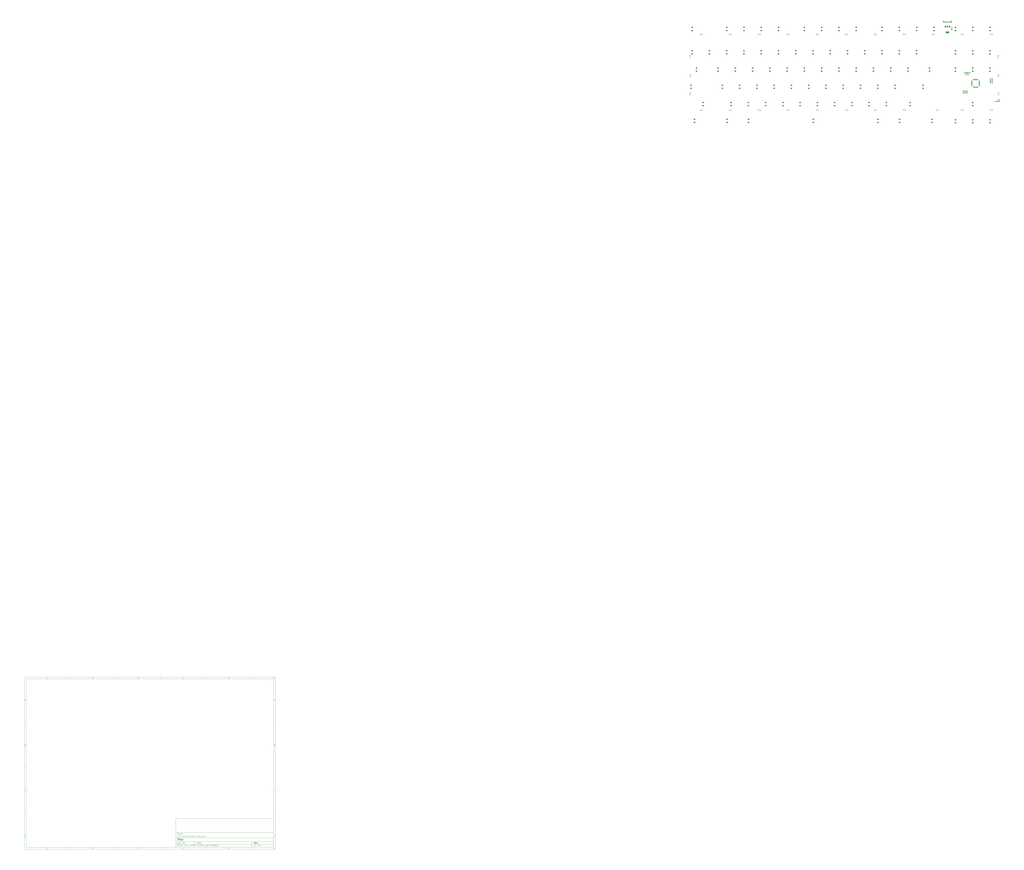
<source format=gbr>
%TF.GenerationSoftware,KiCad,Pcbnew,8.99.0-2206-gee77d06be7*%
%TF.CreationDate,2024-10-02T02:55:55+07:00*%
%TF.ProjectId,RadianceTKL,52616469-616e-4636-9554-4b4c2e6b6963,rev?*%
%TF.SameCoordinates,Original*%
%TF.FileFunction,Paste,Bot*%
%TF.FilePolarity,Positive*%
%FSLAX46Y46*%
G04 Gerber Fmt 4.6, Leading zero omitted, Abs format (unit mm)*
G04 Created by KiCad (PCBNEW 8.99.0-2206-gee77d06be7) date 2024-10-02 02:55:55*
%MOMM*%
%LPD*%
G01*
G04 APERTURE LIST*
G04 Aperture macros list*
%AMRoundRect*
0 Rectangle with rounded corners*
0 $1 Rounding radius*
0 $2 $3 $4 $5 $6 $7 $8 $9 X,Y pos of 4 corners*
0 Add a 4 corners polygon primitive as box body*
4,1,4,$2,$3,$4,$5,$6,$7,$8,$9,$2,$3,0*
0 Add four circle primitives for the rounded corners*
1,1,$1+$1,$2,$3*
1,1,$1+$1,$4,$5*
1,1,$1+$1,$6,$7*
1,1,$1+$1,$8,$9*
0 Add four rect primitives between the rounded corners*
20,1,$1+$1,$2,$3,$4,$5,0*
20,1,$1+$1,$4,$5,$6,$7,0*
20,1,$1+$1,$6,$7,$8,$9,0*
20,1,$1+$1,$8,$9,$2,$3,0*%
G04 Aperture macros list end*
%ADD10C,0.100000*%
%ADD11C,0.150000*%
%ADD12C,0.300000*%
%ADD13C,0.400000*%
%ADD14RoundRect,0.250000X0.600000X-0.400000X0.600000X0.400000X-0.600000X0.400000X-0.600000X-0.400000X0*%
%ADD15RoundRect,0.250000X-0.450000X0.262500X-0.450000X-0.262500X0.450000X-0.262500X0.450000X0.262500X0*%
%ADD16R,0.700000X0.700000*%
%ADD17RoundRect,0.250000X0.250000X0.475000X-0.250000X0.475000X-0.250000X-0.475000X0.250000X-0.475000X0*%
%ADD18RoundRect,0.375000X-0.375000X0.625000X-0.375000X-0.625000X0.375000X-0.625000X0.375000X0.625000X0*%
%ADD19RoundRect,0.500000X-1.400000X0.500000X-1.400000X-0.500000X1.400000X-0.500000X1.400000X0.500000X0*%
%ADD20RoundRect,0.250000X-0.262500X-0.450000X0.262500X-0.450000X0.262500X0.450000X-0.262500X0.450000X0*%
%ADD21RoundRect,0.250000X0.475000X-0.250000X0.475000X0.250000X-0.475000X0.250000X-0.475000X-0.250000X0*%
%ADD22RoundRect,0.075000X0.662500X0.075000X-0.662500X0.075000X-0.662500X-0.075000X0.662500X-0.075000X0*%
%ADD23RoundRect,0.075000X0.075000X0.662500X-0.075000X0.662500X-0.075000X-0.662500X0.075000X-0.662500X0*%
%ADD24RoundRect,0.150000X-0.150000X-0.425000X0.150000X-0.425000X0.150000X0.425000X-0.150000X0.425000X0*%
%ADD25RoundRect,0.075000X-0.075000X-0.500000X0.075000X-0.500000X0.075000X0.500000X-0.075000X0.500000X0*%
%ADD26O,1.000000X2.100000*%
G04 APERTURE END LIST*
D10*
D11*
X177002200Y-166007200D02*
X285002200Y-166007200D01*
X285002200Y-198007200D01*
X177002200Y-198007200D01*
X177002200Y-166007200D01*
D10*
D11*
X10000000Y-10000000D02*
X287002200Y-10000000D01*
X287002200Y-200007200D01*
X10000000Y-200007200D01*
X10000000Y-10000000D01*
D10*
D11*
X12000000Y-12000000D02*
X285002200Y-12000000D01*
X285002200Y-198007200D01*
X12000000Y-198007200D01*
X12000000Y-12000000D01*
D10*
D11*
X60000000Y-12000000D02*
X60000000Y-10000000D01*
D10*
D11*
X110000000Y-12000000D02*
X110000000Y-10000000D01*
D10*
D11*
X160000000Y-12000000D02*
X160000000Y-10000000D01*
D10*
D11*
X210000000Y-12000000D02*
X210000000Y-10000000D01*
D10*
D11*
X260000000Y-12000000D02*
X260000000Y-10000000D01*
D10*
D11*
X36089160Y-11593604D02*
X35346303Y-11593604D01*
X35717731Y-11593604D02*
X35717731Y-10293604D01*
X35717731Y-10293604D02*
X35593922Y-10479319D01*
X35593922Y-10479319D02*
X35470112Y-10603128D01*
X35470112Y-10603128D02*
X35346303Y-10665033D01*
D10*
D11*
X85346303Y-10417414D02*
X85408207Y-10355509D01*
X85408207Y-10355509D02*
X85532017Y-10293604D01*
X85532017Y-10293604D02*
X85841541Y-10293604D01*
X85841541Y-10293604D02*
X85965350Y-10355509D01*
X85965350Y-10355509D02*
X86027255Y-10417414D01*
X86027255Y-10417414D02*
X86089160Y-10541223D01*
X86089160Y-10541223D02*
X86089160Y-10665033D01*
X86089160Y-10665033D02*
X86027255Y-10850747D01*
X86027255Y-10850747D02*
X85284398Y-11593604D01*
X85284398Y-11593604D02*
X86089160Y-11593604D01*
D10*
D11*
X135284398Y-10293604D02*
X136089160Y-10293604D01*
X136089160Y-10293604D02*
X135655826Y-10788842D01*
X135655826Y-10788842D02*
X135841541Y-10788842D01*
X135841541Y-10788842D02*
X135965350Y-10850747D01*
X135965350Y-10850747D02*
X136027255Y-10912652D01*
X136027255Y-10912652D02*
X136089160Y-11036461D01*
X136089160Y-11036461D02*
X136089160Y-11345985D01*
X136089160Y-11345985D02*
X136027255Y-11469795D01*
X136027255Y-11469795D02*
X135965350Y-11531700D01*
X135965350Y-11531700D02*
X135841541Y-11593604D01*
X135841541Y-11593604D02*
X135470112Y-11593604D01*
X135470112Y-11593604D02*
X135346303Y-11531700D01*
X135346303Y-11531700D02*
X135284398Y-11469795D01*
D10*
D11*
X185965350Y-10726938D02*
X185965350Y-11593604D01*
X185655826Y-10231700D02*
X185346303Y-11160271D01*
X185346303Y-11160271D02*
X186151064Y-11160271D01*
D10*
D11*
X236027255Y-10293604D02*
X235408207Y-10293604D01*
X235408207Y-10293604D02*
X235346303Y-10912652D01*
X235346303Y-10912652D02*
X235408207Y-10850747D01*
X235408207Y-10850747D02*
X235532017Y-10788842D01*
X235532017Y-10788842D02*
X235841541Y-10788842D01*
X235841541Y-10788842D02*
X235965350Y-10850747D01*
X235965350Y-10850747D02*
X236027255Y-10912652D01*
X236027255Y-10912652D02*
X236089160Y-11036461D01*
X236089160Y-11036461D02*
X236089160Y-11345985D01*
X236089160Y-11345985D02*
X236027255Y-11469795D01*
X236027255Y-11469795D02*
X235965350Y-11531700D01*
X235965350Y-11531700D02*
X235841541Y-11593604D01*
X235841541Y-11593604D02*
X235532017Y-11593604D01*
X235532017Y-11593604D02*
X235408207Y-11531700D01*
X235408207Y-11531700D02*
X235346303Y-11469795D01*
D10*
D11*
X285965350Y-10293604D02*
X285717731Y-10293604D01*
X285717731Y-10293604D02*
X285593922Y-10355509D01*
X285593922Y-10355509D02*
X285532017Y-10417414D01*
X285532017Y-10417414D02*
X285408207Y-10603128D01*
X285408207Y-10603128D02*
X285346303Y-10850747D01*
X285346303Y-10850747D02*
X285346303Y-11345985D01*
X285346303Y-11345985D02*
X285408207Y-11469795D01*
X285408207Y-11469795D02*
X285470112Y-11531700D01*
X285470112Y-11531700D02*
X285593922Y-11593604D01*
X285593922Y-11593604D02*
X285841541Y-11593604D01*
X285841541Y-11593604D02*
X285965350Y-11531700D01*
X285965350Y-11531700D02*
X286027255Y-11469795D01*
X286027255Y-11469795D02*
X286089160Y-11345985D01*
X286089160Y-11345985D02*
X286089160Y-11036461D01*
X286089160Y-11036461D02*
X286027255Y-10912652D01*
X286027255Y-10912652D02*
X285965350Y-10850747D01*
X285965350Y-10850747D02*
X285841541Y-10788842D01*
X285841541Y-10788842D02*
X285593922Y-10788842D01*
X285593922Y-10788842D02*
X285470112Y-10850747D01*
X285470112Y-10850747D02*
X285408207Y-10912652D01*
X285408207Y-10912652D02*
X285346303Y-11036461D01*
D10*
D11*
X60000000Y-198007200D02*
X60000000Y-200007200D01*
D10*
D11*
X110000000Y-198007200D02*
X110000000Y-200007200D01*
D10*
D11*
X160000000Y-198007200D02*
X160000000Y-200007200D01*
D10*
D11*
X210000000Y-198007200D02*
X210000000Y-200007200D01*
D10*
D11*
X260000000Y-198007200D02*
X260000000Y-200007200D01*
D10*
D11*
X36089160Y-199600804D02*
X35346303Y-199600804D01*
X35717731Y-199600804D02*
X35717731Y-198300804D01*
X35717731Y-198300804D02*
X35593922Y-198486519D01*
X35593922Y-198486519D02*
X35470112Y-198610328D01*
X35470112Y-198610328D02*
X35346303Y-198672233D01*
D10*
D11*
X85346303Y-198424614D02*
X85408207Y-198362709D01*
X85408207Y-198362709D02*
X85532017Y-198300804D01*
X85532017Y-198300804D02*
X85841541Y-198300804D01*
X85841541Y-198300804D02*
X85965350Y-198362709D01*
X85965350Y-198362709D02*
X86027255Y-198424614D01*
X86027255Y-198424614D02*
X86089160Y-198548423D01*
X86089160Y-198548423D02*
X86089160Y-198672233D01*
X86089160Y-198672233D02*
X86027255Y-198857947D01*
X86027255Y-198857947D02*
X85284398Y-199600804D01*
X85284398Y-199600804D02*
X86089160Y-199600804D01*
D10*
D11*
X135284398Y-198300804D02*
X136089160Y-198300804D01*
X136089160Y-198300804D02*
X135655826Y-198796042D01*
X135655826Y-198796042D02*
X135841541Y-198796042D01*
X135841541Y-198796042D02*
X135965350Y-198857947D01*
X135965350Y-198857947D02*
X136027255Y-198919852D01*
X136027255Y-198919852D02*
X136089160Y-199043661D01*
X136089160Y-199043661D02*
X136089160Y-199353185D01*
X136089160Y-199353185D02*
X136027255Y-199476995D01*
X136027255Y-199476995D02*
X135965350Y-199538900D01*
X135965350Y-199538900D02*
X135841541Y-199600804D01*
X135841541Y-199600804D02*
X135470112Y-199600804D01*
X135470112Y-199600804D02*
X135346303Y-199538900D01*
X135346303Y-199538900D02*
X135284398Y-199476995D01*
D10*
D11*
X185965350Y-198734138D02*
X185965350Y-199600804D01*
X185655826Y-198238900D02*
X185346303Y-199167471D01*
X185346303Y-199167471D02*
X186151064Y-199167471D01*
D10*
D11*
X236027255Y-198300804D02*
X235408207Y-198300804D01*
X235408207Y-198300804D02*
X235346303Y-198919852D01*
X235346303Y-198919852D02*
X235408207Y-198857947D01*
X235408207Y-198857947D02*
X235532017Y-198796042D01*
X235532017Y-198796042D02*
X235841541Y-198796042D01*
X235841541Y-198796042D02*
X235965350Y-198857947D01*
X235965350Y-198857947D02*
X236027255Y-198919852D01*
X236027255Y-198919852D02*
X236089160Y-199043661D01*
X236089160Y-199043661D02*
X236089160Y-199353185D01*
X236089160Y-199353185D02*
X236027255Y-199476995D01*
X236027255Y-199476995D02*
X235965350Y-199538900D01*
X235965350Y-199538900D02*
X235841541Y-199600804D01*
X235841541Y-199600804D02*
X235532017Y-199600804D01*
X235532017Y-199600804D02*
X235408207Y-199538900D01*
X235408207Y-199538900D02*
X235346303Y-199476995D01*
D10*
D11*
X285965350Y-198300804D02*
X285717731Y-198300804D01*
X285717731Y-198300804D02*
X285593922Y-198362709D01*
X285593922Y-198362709D02*
X285532017Y-198424614D01*
X285532017Y-198424614D02*
X285408207Y-198610328D01*
X285408207Y-198610328D02*
X285346303Y-198857947D01*
X285346303Y-198857947D02*
X285346303Y-199353185D01*
X285346303Y-199353185D02*
X285408207Y-199476995D01*
X285408207Y-199476995D02*
X285470112Y-199538900D01*
X285470112Y-199538900D02*
X285593922Y-199600804D01*
X285593922Y-199600804D02*
X285841541Y-199600804D01*
X285841541Y-199600804D02*
X285965350Y-199538900D01*
X285965350Y-199538900D02*
X286027255Y-199476995D01*
X286027255Y-199476995D02*
X286089160Y-199353185D01*
X286089160Y-199353185D02*
X286089160Y-199043661D01*
X286089160Y-199043661D02*
X286027255Y-198919852D01*
X286027255Y-198919852D02*
X285965350Y-198857947D01*
X285965350Y-198857947D02*
X285841541Y-198796042D01*
X285841541Y-198796042D02*
X285593922Y-198796042D01*
X285593922Y-198796042D02*
X285470112Y-198857947D01*
X285470112Y-198857947D02*
X285408207Y-198919852D01*
X285408207Y-198919852D02*
X285346303Y-199043661D01*
D10*
D11*
X10000000Y-60000000D02*
X12000000Y-60000000D01*
D10*
D11*
X10000000Y-110000000D02*
X12000000Y-110000000D01*
D10*
D11*
X10000000Y-160000000D02*
X12000000Y-160000000D01*
D10*
D11*
X10690476Y-35222176D02*
X11309523Y-35222176D01*
X10566666Y-35593604D02*
X10999999Y-34293604D01*
X10999999Y-34293604D02*
X11433333Y-35593604D01*
D10*
D11*
X11092857Y-84912652D02*
X11278571Y-84974557D01*
X11278571Y-84974557D02*
X11340476Y-85036461D01*
X11340476Y-85036461D02*
X11402380Y-85160271D01*
X11402380Y-85160271D02*
X11402380Y-85345985D01*
X11402380Y-85345985D02*
X11340476Y-85469795D01*
X11340476Y-85469795D02*
X11278571Y-85531700D01*
X11278571Y-85531700D02*
X11154761Y-85593604D01*
X11154761Y-85593604D02*
X10659523Y-85593604D01*
X10659523Y-85593604D02*
X10659523Y-84293604D01*
X10659523Y-84293604D02*
X11092857Y-84293604D01*
X11092857Y-84293604D02*
X11216666Y-84355509D01*
X11216666Y-84355509D02*
X11278571Y-84417414D01*
X11278571Y-84417414D02*
X11340476Y-84541223D01*
X11340476Y-84541223D02*
X11340476Y-84665033D01*
X11340476Y-84665033D02*
X11278571Y-84788842D01*
X11278571Y-84788842D02*
X11216666Y-84850747D01*
X11216666Y-84850747D02*
X11092857Y-84912652D01*
X11092857Y-84912652D02*
X10659523Y-84912652D01*
D10*
D11*
X11402380Y-135469795D02*
X11340476Y-135531700D01*
X11340476Y-135531700D02*
X11154761Y-135593604D01*
X11154761Y-135593604D02*
X11030952Y-135593604D01*
X11030952Y-135593604D02*
X10845238Y-135531700D01*
X10845238Y-135531700D02*
X10721428Y-135407890D01*
X10721428Y-135407890D02*
X10659523Y-135284080D01*
X10659523Y-135284080D02*
X10597619Y-135036461D01*
X10597619Y-135036461D02*
X10597619Y-134850747D01*
X10597619Y-134850747D02*
X10659523Y-134603128D01*
X10659523Y-134603128D02*
X10721428Y-134479319D01*
X10721428Y-134479319D02*
X10845238Y-134355509D01*
X10845238Y-134355509D02*
X11030952Y-134293604D01*
X11030952Y-134293604D02*
X11154761Y-134293604D01*
X11154761Y-134293604D02*
X11340476Y-134355509D01*
X11340476Y-134355509D02*
X11402380Y-134417414D01*
D10*
D11*
X10659523Y-185593604D02*
X10659523Y-184293604D01*
X10659523Y-184293604D02*
X10969047Y-184293604D01*
X10969047Y-184293604D02*
X11154761Y-184355509D01*
X11154761Y-184355509D02*
X11278571Y-184479319D01*
X11278571Y-184479319D02*
X11340476Y-184603128D01*
X11340476Y-184603128D02*
X11402380Y-184850747D01*
X11402380Y-184850747D02*
X11402380Y-185036461D01*
X11402380Y-185036461D02*
X11340476Y-185284080D01*
X11340476Y-185284080D02*
X11278571Y-185407890D01*
X11278571Y-185407890D02*
X11154761Y-185531700D01*
X11154761Y-185531700D02*
X10969047Y-185593604D01*
X10969047Y-185593604D02*
X10659523Y-185593604D01*
D10*
D11*
X287002200Y-60000000D02*
X285002200Y-60000000D01*
D10*
D11*
X287002200Y-110000000D02*
X285002200Y-110000000D01*
D10*
D11*
X287002200Y-160000000D02*
X285002200Y-160000000D01*
D10*
D11*
X285692676Y-35222176D02*
X286311723Y-35222176D01*
X285568866Y-35593604D02*
X286002199Y-34293604D01*
X286002199Y-34293604D02*
X286435533Y-35593604D01*
D10*
D11*
X286095057Y-84912652D02*
X286280771Y-84974557D01*
X286280771Y-84974557D02*
X286342676Y-85036461D01*
X286342676Y-85036461D02*
X286404580Y-85160271D01*
X286404580Y-85160271D02*
X286404580Y-85345985D01*
X286404580Y-85345985D02*
X286342676Y-85469795D01*
X286342676Y-85469795D02*
X286280771Y-85531700D01*
X286280771Y-85531700D02*
X286156961Y-85593604D01*
X286156961Y-85593604D02*
X285661723Y-85593604D01*
X285661723Y-85593604D02*
X285661723Y-84293604D01*
X285661723Y-84293604D02*
X286095057Y-84293604D01*
X286095057Y-84293604D02*
X286218866Y-84355509D01*
X286218866Y-84355509D02*
X286280771Y-84417414D01*
X286280771Y-84417414D02*
X286342676Y-84541223D01*
X286342676Y-84541223D02*
X286342676Y-84665033D01*
X286342676Y-84665033D02*
X286280771Y-84788842D01*
X286280771Y-84788842D02*
X286218866Y-84850747D01*
X286218866Y-84850747D02*
X286095057Y-84912652D01*
X286095057Y-84912652D02*
X285661723Y-84912652D01*
D10*
D11*
X286404580Y-135469795D02*
X286342676Y-135531700D01*
X286342676Y-135531700D02*
X286156961Y-135593604D01*
X286156961Y-135593604D02*
X286033152Y-135593604D01*
X286033152Y-135593604D02*
X285847438Y-135531700D01*
X285847438Y-135531700D02*
X285723628Y-135407890D01*
X285723628Y-135407890D02*
X285661723Y-135284080D01*
X285661723Y-135284080D02*
X285599819Y-135036461D01*
X285599819Y-135036461D02*
X285599819Y-134850747D01*
X285599819Y-134850747D02*
X285661723Y-134603128D01*
X285661723Y-134603128D02*
X285723628Y-134479319D01*
X285723628Y-134479319D02*
X285847438Y-134355509D01*
X285847438Y-134355509D02*
X286033152Y-134293604D01*
X286033152Y-134293604D02*
X286156961Y-134293604D01*
X286156961Y-134293604D02*
X286342676Y-134355509D01*
X286342676Y-134355509D02*
X286404580Y-134417414D01*
D10*
D11*
X285661723Y-185593604D02*
X285661723Y-184293604D01*
X285661723Y-184293604D02*
X285971247Y-184293604D01*
X285971247Y-184293604D02*
X286156961Y-184355509D01*
X286156961Y-184355509D02*
X286280771Y-184479319D01*
X286280771Y-184479319D02*
X286342676Y-184603128D01*
X286342676Y-184603128D02*
X286404580Y-184850747D01*
X286404580Y-184850747D02*
X286404580Y-185036461D01*
X286404580Y-185036461D02*
X286342676Y-185284080D01*
X286342676Y-185284080D02*
X286280771Y-185407890D01*
X286280771Y-185407890D02*
X286156961Y-185531700D01*
X286156961Y-185531700D02*
X285971247Y-185593604D01*
X285971247Y-185593604D02*
X285661723Y-185593604D01*
D10*
D11*
X200458026Y-193793328D02*
X200458026Y-192293328D01*
X200458026Y-192293328D02*
X200815169Y-192293328D01*
X200815169Y-192293328D02*
X201029455Y-192364757D01*
X201029455Y-192364757D02*
X201172312Y-192507614D01*
X201172312Y-192507614D02*
X201243741Y-192650471D01*
X201243741Y-192650471D02*
X201315169Y-192936185D01*
X201315169Y-192936185D02*
X201315169Y-193150471D01*
X201315169Y-193150471D02*
X201243741Y-193436185D01*
X201243741Y-193436185D02*
X201172312Y-193579042D01*
X201172312Y-193579042D02*
X201029455Y-193721900D01*
X201029455Y-193721900D02*
X200815169Y-193793328D01*
X200815169Y-193793328D02*
X200458026Y-193793328D01*
X202600884Y-193793328D02*
X202600884Y-193007614D01*
X202600884Y-193007614D02*
X202529455Y-192864757D01*
X202529455Y-192864757D02*
X202386598Y-192793328D01*
X202386598Y-192793328D02*
X202100884Y-192793328D01*
X202100884Y-192793328D02*
X201958026Y-192864757D01*
X202600884Y-193721900D02*
X202458026Y-193793328D01*
X202458026Y-193793328D02*
X202100884Y-193793328D01*
X202100884Y-193793328D02*
X201958026Y-193721900D01*
X201958026Y-193721900D02*
X201886598Y-193579042D01*
X201886598Y-193579042D02*
X201886598Y-193436185D01*
X201886598Y-193436185D02*
X201958026Y-193293328D01*
X201958026Y-193293328D02*
X202100884Y-193221900D01*
X202100884Y-193221900D02*
X202458026Y-193221900D01*
X202458026Y-193221900D02*
X202600884Y-193150471D01*
X203100884Y-192793328D02*
X203672312Y-192793328D01*
X203315169Y-192293328D02*
X203315169Y-193579042D01*
X203315169Y-193579042D02*
X203386598Y-193721900D01*
X203386598Y-193721900D02*
X203529455Y-193793328D01*
X203529455Y-193793328D02*
X203672312Y-193793328D01*
X204743741Y-193721900D02*
X204600884Y-193793328D01*
X204600884Y-193793328D02*
X204315170Y-193793328D01*
X204315170Y-193793328D02*
X204172312Y-193721900D01*
X204172312Y-193721900D02*
X204100884Y-193579042D01*
X204100884Y-193579042D02*
X204100884Y-193007614D01*
X204100884Y-193007614D02*
X204172312Y-192864757D01*
X204172312Y-192864757D02*
X204315170Y-192793328D01*
X204315170Y-192793328D02*
X204600884Y-192793328D01*
X204600884Y-192793328D02*
X204743741Y-192864757D01*
X204743741Y-192864757D02*
X204815170Y-193007614D01*
X204815170Y-193007614D02*
X204815170Y-193150471D01*
X204815170Y-193150471D02*
X204100884Y-193293328D01*
X205458026Y-193650471D02*
X205529455Y-193721900D01*
X205529455Y-193721900D02*
X205458026Y-193793328D01*
X205458026Y-193793328D02*
X205386598Y-193721900D01*
X205386598Y-193721900D02*
X205458026Y-193650471D01*
X205458026Y-193650471D02*
X205458026Y-193793328D01*
X205458026Y-192864757D02*
X205529455Y-192936185D01*
X205529455Y-192936185D02*
X205458026Y-193007614D01*
X205458026Y-193007614D02*
X205386598Y-192936185D01*
X205386598Y-192936185D02*
X205458026Y-192864757D01*
X205458026Y-192864757D02*
X205458026Y-193007614D01*
D10*
D11*
X177002200Y-194507200D02*
X285002200Y-194507200D01*
D10*
D11*
X178458026Y-196593328D02*
X178458026Y-195093328D01*
X179315169Y-196593328D02*
X178672312Y-195736185D01*
X179315169Y-195093328D02*
X178458026Y-195950471D01*
X179958026Y-196593328D02*
X179958026Y-195593328D01*
X179958026Y-195093328D02*
X179886598Y-195164757D01*
X179886598Y-195164757D02*
X179958026Y-195236185D01*
X179958026Y-195236185D02*
X180029455Y-195164757D01*
X180029455Y-195164757D02*
X179958026Y-195093328D01*
X179958026Y-195093328D02*
X179958026Y-195236185D01*
X181529455Y-196450471D02*
X181458027Y-196521900D01*
X181458027Y-196521900D02*
X181243741Y-196593328D01*
X181243741Y-196593328D02*
X181100884Y-196593328D01*
X181100884Y-196593328D02*
X180886598Y-196521900D01*
X180886598Y-196521900D02*
X180743741Y-196379042D01*
X180743741Y-196379042D02*
X180672312Y-196236185D01*
X180672312Y-196236185D02*
X180600884Y-195950471D01*
X180600884Y-195950471D02*
X180600884Y-195736185D01*
X180600884Y-195736185D02*
X180672312Y-195450471D01*
X180672312Y-195450471D02*
X180743741Y-195307614D01*
X180743741Y-195307614D02*
X180886598Y-195164757D01*
X180886598Y-195164757D02*
X181100884Y-195093328D01*
X181100884Y-195093328D02*
X181243741Y-195093328D01*
X181243741Y-195093328D02*
X181458027Y-195164757D01*
X181458027Y-195164757D02*
X181529455Y-195236185D01*
X182815170Y-196593328D02*
X182815170Y-195807614D01*
X182815170Y-195807614D02*
X182743741Y-195664757D01*
X182743741Y-195664757D02*
X182600884Y-195593328D01*
X182600884Y-195593328D02*
X182315170Y-195593328D01*
X182315170Y-195593328D02*
X182172312Y-195664757D01*
X182815170Y-196521900D02*
X182672312Y-196593328D01*
X182672312Y-196593328D02*
X182315170Y-196593328D01*
X182315170Y-196593328D02*
X182172312Y-196521900D01*
X182172312Y-196521900D02*
X182100884Y-196379042D01*
X182100884Y-196379042D02*
X182100884Y-196236185D01*
X182100884Y-196236185D02*
X182172312Y-196093328D01*
X182172312Y-196093328D02*
X182315170Y-196021900D01*
X182315170Y-196021900D02*
X182672312Y-196021900D01*
X182672312Y-196021900D02*
X182815170Y-195950471D01*
X184172313Y-196593328D02*
X184172313Y-195093328D01*
X184172313Y-196521900D02*
X184029455Y-196593328D01*
X184029455Y-196593328D02*
X183743741Y-196593328D01*
X183743741Y-196593328D02*
X183600884Y-196521900D01*
X183600884Y-196521900D02*
X183529455Y-196450471D01*
X183529455Y-196450471D02*
X183458027Y-196307614D01*
X183458027Y-196307614D02*
X183458027Y-195879042D01*
X183458027Y-195879042D02*
X183529455Y-195736185D01*
X183529455Y-195736185D02*
X183600884Y-195664757D01*
X183600884Y-195664757D02*
X183743741Y-195593328D01*
X183743741Y-195593328D02*
X184029455Y-195593328D01*
X184029455Y-195593328D02*
X184172313Y-195664757D01*
X186029455Y-195807614D02*
X186529455Y-195807614D01*
X186743741Y-196593328D02*
X186029455Y-196593328D01*
X186029455Y-196593328D02*
X186029455Y-195093328D01*
X186029455Y-195093328D02*
X186743741Y-195093328D01*
X187386598Y-196450471D02*
X187458027Y-196521900D01*
X187458027Y-196521900D02*
X187386598Y-196593328D01*
X187386598Y-196593328D02*
X187315170Y-196521900D01*
X187315170Y-196521900D02*
X187386598Y-196450471D01*
X187386598Y-196450471D02*
X187386598Y-196593328D01*
X188100884Y-196593328D02*
X188100884Y-195093328D01*
X188100884Y-195093328D02*
X188458027Y-195093328D01*
X188458027Y-195093328D02*
X188672313Y-195164757D01*
X188672313Y-195164757D02*
X188815170Y-195307614D01*
X188815170Y-195307614D02*
X188886599Y-195450471D01*
X188886599Y-195450471D02*
X188958027Y-195736185D01*
X188958027Y-195736185D02*
X188958027Y-195950471D01*
X188958027Y-195950471D02*
X188886599Y-196236185D01*
X188886599Y-196236185D02*
X188815170Y-196379042D01*
X188815170Y-196379042D02*
X188672313Y-196521900D01*
X188672313Y-196521900D02*
X188458027Y-196593328D01*
X188458027Y-196593328D02*
X188100884Y-196593328D01*
X189600884Y-196450471D02*
X189672313Y-196521900D01*
X189672313Y-196521900D02*
X189600884Y-196593328D01*
X189600884Y-196593328D02*
X189529456Y-196521900D01*
X189529456Y-196521900D02*
X189600884Y-196450471D01*
X189600884Y-196450471D02*
X189600884Y-196593328D01*
X190243742Y-196164757D02*
X190958028Y-196164757D01*
X190100885Y-196593328D02*
X190600885Y-195093328D01*
X190600885Y-195093328D02*
X191100885Y-196593328D01*
X191600884Y-196450471D02*
X191672313Y-196521900D01*
X191672313Y-196521900D02*
X191600884Y-196593328D01*
X191600884Y-196593328D02*
X191529456Y-196521900D01*
X191529456Y-196521900D02*
X191600884Y-196450471D01*
X191600884Y-196450471D02*
X191600884Y-196593328D01*
X193672313Y-195736185D02*
X193529456Y-195664757D01*
X193529456Y-195664757D02*
X193458027Y-195593328D01*
X193458027Y-195593328D02*
X193386599Y-195450471D01*
X193386599Y-195450471D02*
X193386599Y-195379042D01*
X193386599Y-195379042D02*
X193458027Y-195236185D01*
X193458027Y-195236185D02*
X193529456Y-195164757D01*
X193529456Y-195164757D02*
X193672313Y-195093328D01*
X193672313Y-195093328D02*
X193958027Y-195093328D01*
X193958027Y-195093328D02*
X194100885Y-195164757D01*
X194100885Y-195164757D02*
X194172313Y-195236185D01*
X194172313Y-195236185D02*
X194243742Y-195379042D01*
X194243742Y-195379042D02*
X194243742Y-195450471D01*
X194243742Y-195450471D02*
X194172313Y-195593328D01*
X194172313Y-195593328D02*
X194100885Y-195664757D01*
X194100885Y-195664757D02*
X193958027Y-195736185D01*
X193958027Y-195736185D02*
X193672313Y-195736185D01*
X193672313Y-195736185D02*
X193529456Y-195807614D01*
X193529456Y-195807614D02*
X193458027Y-195879042D01*
X193458027Y-195879042D02*
X193386599Y-196021900D01*
X193386599Y-196021900D02*
X193386599Y-196307614D01*
X193386599Y-196307614D02*
X193458027Y-196450471D01*
X193458027Y-196450471D02*
X193529456Y-196521900D01*
X193529456Y-196521900D02*
X193672313Y-196593328D01*
X193672313Y-196593328D02*
X193958027Y-196593328D01*
X193958027Y-196593328D02*
X194100885Y-196521900D01*
X194100885Y-196521900D02*
X194172313Y-196450471D01*
X194172313Y-196450471D02*
X194243742Y-196307614D01*
X194243742Y-196307614D02*
X194243742Y-196021900D01*
X194243742Y-196021900D02*
X194172313Y-195879042D01*
X194172313Y-195879042D02*
X194100885Y-195807614D01*
X194100885Y-195807614D02*
X193958027Y-195736185D01*
X194886598Y-196450471D02*
X194958027Y-196521900D01*
X194958027Y-196521900D02*
X194886598Y-196593328D01*
X194886598Y-196593328D02*
X194815170Y-196521900D01*
X194815170Y-196521900D02*
X194886598Y-196450471D01*
X194886598Y-196450471D02*
X194886598Y-196593328D01*
X195672313Y-196593328D02*
X195958027Y-196593328D01*
X195958027Y-196593328D02*
X196100884Y-196521900D01*
X196100884Y-196521900D02*
X196172313Y-196450471D01*
X196172313Y-196450471D02*
X196315170Y-196236185D01*
X196315170Y-196236185D02*
X196386599Y-195950471D01*
X196386599Y-195950471D02*
X196386599Y-195379042D01*
X196386599Y-195379042D02*
X196315170Y-195236185D01*
X196315170Y-195236185D02*
X196243742Y-195164757D01*
X196243742Y-195164757D02*
X196100884Y-195093328D01*
X196100884Y-195093328D02*
X195815170Y-195093328D01*
X195815170Y-195093328D02*
X195672313Y-195164757D01*
X195672313Y-195164757D02*
X195600884Y-195236185D01*
X195600884Y-195236185D02*
X195529456Y-195379042D01*
X195529456Y-195379042D02*
X195529456Y-195736185D01*
X195529456Y-195736185D02*
X195600884Y-195879042D01*
X195600884Y-195879042D02*
X195672313Y-195950471D01*
X195672313Y-195950471D02*
X195815170Y-196021900D01*
X195815170Y-196021900D02*
X196100884Y-196021900D01*
X196100884Y-196021900D02*
X196243742Y-195950471D01*
X196243742Y-195950471D02*
X196315170Y-195879042D01*
X196315170Y-195879042D02*
X196386599Y-195736185D01*
X197100884Y-196593328D02*
X197386598Y-196593328D01*
X197386598Y-196593328D02*
X197529455Y-196521900D01*
X197529455Y-196521900D02*
X197600884Y-196450471D01*
X197600884Y-196450471D02*
X197743741Y-196236185D01*
X197743741Y-196236185D02*
X197815170Y-195950471D01*
X197815170Y-195950471D02*
X197815170Y-195379042D01*
X197815170Y-195379042D02*
X197743741Y-195236185D01*
X197743741Y-195236185D02*
X197672313Y-195164757D01*
X197672313Y-195164757D02*
X197529455Y-195093328D01*
X197529455Y-195093328D02*
X197243741Y-195093328D01*
X197243741Y-195093328D02*
X197100884Y-195164757D01*
X197100884Y-195164757D02*
X197029455Y-195236185D01*
X197029455Y-195236185D02*
X196958027Y-195379042D01*
X196958027Y-195379042D02*
X196958027Y-195736185D01*
X196958027Y-195736185D02*
X197029455Y-195879042D01*
X197029455Y-195879042D02*
X197100884Y-195950471D01*
X197100884Y-195950471D02*
X197243741Y-196021900D01*
X197243741Y-196021900D02*
X197529455Y-196021900D01*
X197529455Y-196021900D02*
X197672313Y-195950471D01*
X197672313Y-195950471D02*
X197743741Y-195879042D01*
X197743741Y-195879042D02*
X197815170Y-195736185D01*
X198458026Y-196450471D02*
X198529455Y-196521900D01*
X198529455Y-196521900D02*
X198458026Y-196593328D01*
X198458026Y-196593328D02*
X198386598Y-196521900D01*
X198386598Y-196521900D02*
X198458026Y-196450471D01*
X198458026Y-196450471D02*
X198458026Y-196593328D01*
X199458027Y-195093328D02*
X199600884Y-195093328D01*
X199600884Y-195093328D02*
X199743741Y-195164757D01*
X199743741Y-195164757D02*
X199815170Y-195236185D01*
X199815170Y-195236185D02*
X199886598Y-195379042D01*
X199886598Y-195379042D02*
X199958027Y-195664757D01*
X199958027Y-195664757D02*
X199958027Y-196021900D01*
X199958027Y-196021900D02*
X199886598Y-196307614D01*
X199886598Y-196307614D02*
X199815170Y-196450471D01*
X199815170Y-196450471D02*
X199743741Y-196521900D01*
X199743741Y-196521900D02*
X199600884Y-196593328D01*
X199600884Y-196593328D02*
X199458027Y-196593328D01*
X199458027Y-196593328D02*
X199315170Y-196521900D01*
X199315170Y-196521900D02*
X199243741Y-196450471D01*
X199243741Y-196450471D02*
X199172312Y-196307614D01*
X199172312Y-196307614D02*
X199100884Y-196021900D01*
X199100884Y-196021900D02*
X199100884Y-195664757D01*
X199100884Y-195664757D02*
X199172312Y-195379042D01*
X199172312Y-195379042D02*
X199243741Y-195236185D01*
X199243741Y-195236185D02*
X199315170Y-195164757D01*
X199315170Y-195164757D02*
X199458027Y-195093328D01*
X200600883Y-196021900D02*
X201743741Y-196021900D01*
X202386598Y-195236185D02*
X202458026Y-195164757D01*
X202458026Y-195164757D02*
X202600884Y-195093328D01*
X202600884Y-195093328D02*
X202958026Y-195093328D01*
X202958026Y-195093328D02*
X203100884Y-195164757D01*
X203100884Y-195164757D02*
X203172312Y-195236185D01*
X203172312Y-195236185D02*
X203243741Y-195379042D01*
X203243741Y-195379042D02*
X203243741Y-195521900D01*
X203243741Y-195521900D02*
X203172312Y-195736185D01*
X203172312Y-195736185D02*
X202315169Y-196593328D01*
X202315169Y-196593328D02*
X203243741Y-196593328D01*
X203815169Y-195236185D02*
X203886597Y-195164757D01*
X203886597Y-195164757D02*
X204029455Y-195093328D01*
X204029455Y-195093328D02*
X204386597Y-195093328D01*
X204386597Y-195093328D02*
X204529455Y-195164757D01*
X204529455Y-195164757D02*
X204600883Y-195236185D01*
X204600883Y-195236185D02*
X204672312Y-195379042D01*
X204672312Y-195379042D02*
X204672312Y-195521900D01*
X204672312Y-195521900D02*
X204600883Y-195736185D01*
X204600883Y-195736185D02*
X203743740Y-196593328D01*
X203743740Y-196593328D02*
X204672312Y-196593328D01*
X205600883Y-195093328D02*
X205743740Y-195093328D01*
X205743740Y-195093328D02*
X205886597Y-195164757D01*
X205886597Y-195164757D02*
X205958026Y-195236185D01*
X205958026Y-195236185D02*
X206029454Y-195379042D01*
X206029454Y-195379042D02*
X206100883Y-195664757D01*
X206100883Y-195664757D02*
X206100883Y-196021900D01*
X206100883Y-196021900D02*
X206029454Y-196307614D01*
X206029454Y-196307614D02*
X205958026Y-196450471D01*
X205958026Y-196450471D02*
X205886597Y-196521900D01*
X205886597Y-196521900D02*
X205743740Y-196593328D01*
X205743740Y-196593328D02*
X205600883Y-196593328D01*
X205600883Y-196593328D02*
X205458026Y-196521900D01*
X205458026Y-196521900D02*
X205386597Y-196450471D01*
X205386597Y-196450471D02*
X205315168Y-196307614D01*
X205315168Y-196307614D02*
X205243740Y-196021900D01*
X205243740Y-196021900D02*
X205243740Y-195664757D01*
X205243740Y-195664757D02*
X205315168Y-195379042D01*
X205315168Y-195379042D02*
X205386597Y-195236185D01*
X205386597Y-195236185D02*
X205458026Y-195164757D01*
X205458026Y-195164757D02*
X205600883Y-195093328D01*
X207386597Y-195093328D02*
X207100882Y-195093328D01*
X207100882Y-195093328D02*
X206958025Y-195164757D01*
X206958025Y-195164757D02*
X206886597Y-195236185D01*
X206886597Y-195236185D02*
X206743739Y-195450471D01*
X206743739Y-195450471D02*
X206672311Y-195736185D01*
X206672311Y-195736185D02*
X206672311Y-196307614D01*
X206672311Y-196307614D02*
X206743739Y-196450471D01*
X206743739Y-196450471D02*
X206815168Y-196521900D01*
X206815168Y-196521900D02*
X206958025Y-196593328D01*
X206958025Y-196593328D02*
X207243739Y-196593328D01*
X207243739Y-196593328D02*
X207386597Y-196521900D01*
X207386597Y-196521900D02*
X207458025Y-196450471D01*
X207458025Y-196450471D02*
X207529454Y-196307614D01*
X207529454Y-196307614D02*
X207529454Y-195950471D01*
X207529454Y-195950471D02*
X207458025Y-195807614D01*
X207458025Y-195807614D02*
X207386597Y-195736185D01*
X207386597Y-195736185D02*
X207243739Y-195664757D01*
X207243739Y-195664757D02*
X206958025Y-195664757D01*
X206958025Y-195664757D02*
X206815168Y-195736185D01*
X206815168Y-195736185D02*
X206743739Y-195807614D01*
X206743739Y-195807614D02*
X206672311Y-195950471D01*
X208172310Y-196021900D02*
X209315168Y-196021900D01*
X210672311Y-195593328D02*
X210672311Y-196807614D01*
X210672311Y-196807614D02*
X210600882Y-196950471D01*
X210600882Y-196950471D02*
X210529453Y-197021900D01*
X210529453Y-197021900D02*
X210386596Y-197093328D01*
X210386596Y-197093328D02*
X210172311Y-197093328D01*
X210172311Y-197093328D02*
X210029453Y-197021900D01*
X210672311Y-196521900D02*
X210529453Y-196593328D01*
X210529453Y-196593328D02*
X210243739Y-196593328D01*
X210243739Y-196593328D02*
X210100882Y-196521900D01*
X210100882Y-196521900D02*
X210029453Y-196450471D01*
X210029453Y-196450471D02*
X209958025Y-196307614D01*
X209958025Y-196307614D02*
X209958025Y-195879042D01*
X209958025Y-195879042D02*
X210029453Y-195736185D01*
X210029453Y-195736185D02*
X210100882Y-195664757D01*
X210100882Y-195664757D02*
X210243739Y-195593328D01*
X210243739Y-195593328D02*
X210529453Y-195593328D01*
X210529453Y-195593328D02*
X210672311Y-195664757D01*
X211958025Y-196521900D02*
X211815168Y-196593328D01*
X211815168Y-196593328D02*
X211529454Y-196593328D01*
X211529454Y-196593328D02*
X211386596Y-196521900D01*
X211386596Y-196521900D02*
X211315168Y-196379042D01*
X211315168Y-196379042D02*
X211315168Y-195807614D01*
X211315168Y-195807614D02*
X211386596Y-195664757D01*
X211386596Y-195664757D02*
X211529454Y-195593328D01*
X211529454Y-195593328D02*
X211815168Y-195593328D01*
X211815168Y-195593328D02*
X211958025Y-195664757D01*
X211958025Y-195664757D02*
X212029454Y-195807614D01*
X212029454Y-195807614D02*
X212029454Y-195950471D01*
X212029454Y-195950471D02*
X211315168Y-196093328D01*
X213243739Y-196521900D02*
X213100882Y-196593328D01*
X213100882Y-196593328D02*
X212815168Y-196593328D01*
X212815168Y-196593328D02*
X212672310Y-196521900D01*
X212672310Y-196521900D02*
X212600882Y-196379042D01*
X212600882Y-196379042D02*
X212600882Y-195807614D01*
X212600882Y-195807614D02*
X212672310Y-195664757D01*
X212672310Y-195664757D02*
X212815168Y-195593328D01*
X212815168Y-195593328D02*
X213100882Y-195593328D01*
X213100882Y-195593328D02*
X213243739Y-195664757D01*
X213243739Y-195664757D02*
X213315168Y-195807614D01*
X213315168Y-195807614D02*
X213315168Y-195950471D01*
X213315168Y-195950471D02*
X212600882Y-196093328D01*
X213815167Y-195093328D02*
X214815167Y-195093328D01*
X214815167Y-195093328D02*
X214172310Y-196593328D01*
X215243738Y-195093328D02*
X216243738Y-195093328D01*
X216243738Y-195093328D02*
X215600881Y-196593328D01*
X217458024Y-196593328D02*
X217458024Y-195093328D01*
X217458024Y-196521900D02*
X217315166Y-196593328D01*
X217315166Y-196593328D02*
X217029452Y-196593328D01*
X217029452Y-196593328D02*
X216886595Y-196521900D01*
X216886595Y-196521900D02*
X216815166Y-196450471D01*
X216815166Y-196450471D02*
X216743738Y-196307614D01*
X216743738Y-196307614D02*
X216743738Y-195879042D01*
X216743738Y-195879042D02*
X216815166Y-195736185D01*
X216815166Y-195736185D02*
X216886595Y-195664757D01*
X216886595Y-195664757D02*
X217029452Y-195593328D01*
X217029452Y-195593328D02*
X217315166Y-195593328D01*
X217315166Y-195593328D02*
X217458024Y-195664757D01*
X218458024Y-195093328D02*
X218600881Y-195093328D01*
X218600881Y-195093328D02*
X218743738Y-195164757D01*
X218743738Y-195164757D02*
X218815167Y-195236185D01*
X218815167Y-195236185D02*
X218886595Y-195379042D01*
X218886595Y-195379042D02*
X218958024Y-195664757D01*
X218958024Y-195664757D02*
X218958024Y-196021900D01*
X218958024Y-196021900D02*
X218886595Y-196307614D01*
X218886595Y-196307614D02*
X218815167Y-196450471D01*
X218815167Y-196450471D02*
X218743738Y-196521900D01*
X218743738Y-196521900D02*
X218600881Y-196593328D01*
X218600881Y-196593328D02*
X218458024Y-196593328D01*
X218458024Y-196593328D02*
X218315167Y-196521900D01*
X218315167Y-196521900D02*
X218243738Y-196450471D01*
X218243738Y-196450471D02*
X218172309Y-196307614D01*
X218172309Y-196307614D02*
X218100881Y-196021900D01*
X218100881Y-196021900D02*
X218100881Y-195664757D01*
X218100881Y-195664757D02*
X218172309Y-195379042D01*
X218172309Y-195379042D02*
X218243738Y-195236185D01*
X218243738Y-195236185D02*
X218315167Y-195164757D01*
X218315167Y-195164757D02*
X218458024Y-195093328D01*
X220243738Y-195093328D02*
X219958023Y-195093328D01*
X219958023Y-195093328D02*
X219815166Y-195164757D01*
X219815166Y-195164757D02*
X219743738Y-195236185D01*
X219743738Y-195236185D02*
X219600880Y-195450471D01*
X219600880Y-195450471D02*
X219529452Y-195736185D01*
X219529452Y-195736185D02*
X219529452Y-196307614D01*
X219529452Y-196307614D02*
X219600880Y-196450471D01*
X219600880Y-196450471D02*
X219672309Y-196521900D01*
X219672309Y-196521900D02*
X219815166Y-196593328D01*
X219815166Y-196593328D02*
X220100880Y-196593328D01*
X220100880Y-196593328D02*
X220243738Y-196521900D01*
X220243738Y-196521900D02*
X220315166Y-196450471D01*
X220315166Y-196450471D02*
X220386595Y-196307614D01*
X220386595Y-196307614D02*
X220386595Y-195950471D01*
X220386595Y-195950471D02*
X220315166Y-195807614D01*
X220315166Y-195807614D02*
X220243738Y-195736185D01*
X220243738Y-195736185D02*
X220100880Y-195664757D01*
X220100880Y-195664757D02*
X219815166Y-195664757D01*
X219815166Y-195664757D02*
X219672309Y-195736185D01*
X219672309Y-195736185D02*
X219600880Y-195807614D01*
X219600880Y-195807614D02*
X219529452Y-195950471D01*
X221029451Y-196593328D02*
X221029451Y-195093328D01*
X221029451Y-195664757D02*
X221172309Y-195593328D01*
X221172309Y-195593328D02*
X221458023Y-195593328D01*
X221458023Y-195593328D02*
X221600880Y-195664757D01*
X221600880Y-195664757D02*
X221672309Y-195736185D01*
X221672309Y-195736185D02*
X221743737Y-195879042D01*
X221743737Y-195879042D02*
X221743737Y-196307614D01*
X221743737Y-196307614D02*
X221672309Y-196450471D01*
X221672309Y-196450471D02*
X221600880Y-196521900D01*
X221600880Y-196521900D02*
X221458023Y-196593328D01*
X221458023Y-196593328D02*
X221172309Y-196593328D01*
X221172309Y-196593328D02*
X221029451Y-196521900D01*
X222958023Y-196521900D02*
X222815166Y-196593328D01*
X222815166Y-196593328D02*
X222529452Y-196593328D01*
X222529452Y-196593328D02*
X222386594Y-196521900D01*
X222386594Y-196521900D02*
X222315166Y-196379042D01*
X222315166Y-196379042D02*
X222315166Y-195807614D01*
X222315166Y-195807614D02*
X222386594Y-195664757D01*
X222386594Y-195664757D02*
X222529452Y-195593328D01*
X222529452Y-195593328D02*
X222815166Y-195593328D01*
X222815166Y-195593328D02*
X222958023Y-195664757D01*
X222958023Y-195664757D02*
X223029452Y-195807614D01*
X223029452Y-195807614D02*
X223029452Y-195950471D01*
X223029452Y-195950471D02*
X222315166Y-196093328D01*
X223529451Y-195093328D02*
X224529451Y-195093328D01*
X224529451Y-195093328D02*
X223886594Y-196593328D01*
D10*
D11*
X177002200Y-191507200D02*
X285002200Y-191507200D01*
D10*
D12*
X264413853Y-193785528D02*
X263913853Y-193071242D01*
X263556710Y-193785528D02*
X263556710Y-192285528D01*
X263556710Y-192285528D02*
X264128139Y-192285528D01*
X264128139Y-192285528D02*
X264270996Y-192356957D01*
X264270996Y-192356957D02*
X264342425Y-192428385D01*
X264342425Y-192428385D02*
X264413853Y-192571242D01*
X264413853Y-192571242D02*
X264413853Y-192785528D01*
X264413853Y-192785528D02*
X264342425Y-192928385D01*
X264342425Y-192928385D02*
X264270996Y-192999814D01*
X264270996Y-192999814D02*
X264128139Y-193071242D01*
X264128139Y-193071242D02*
X263556710Y-193071242D01*
X265628139Y-193714100D02*
X265485282Y-193785528D01*
X265485282Y-193785528D02*
X265199568Y-193785528D01*
X265199568Y-193785528D02*
X265056710Y-193714100D01*
X265056710Y-193714100D02*
X264985282Y-193571242D01*
X264985282Y-193571242D02*
X264985282Y-192999814D01*
X264985282Y-192999814D02*
X265056710Y-192856957D01*
X265056710Y-192856957D02*
X265199568Y-192785528D01*
X265199568Y-192785528D02*
X265485282Y-192785528D01*
X265485282Y-192785528D02*
X265628139Y-192856957D01*
X265628139Y-192856957D02*
X265699568Y-192999814D01*
X265699568Y-192999814D02*
X265699568Y-193142671D01*
X265699568Y-193142671D02*
X264985282Y-193285528D01*
X266199567Y-192785528D02*
X266556710Y-193785528D01*
X266556710Y-193785528D02*
X266913853Y-192785528D01*
X267485281Y-193642671D02*
X267556710Y-193714100D01*
X267556710Y-193714100D02*
X267485281Y-193785528D01*
X267485281Y-193785528D02*
X267413853Y-193714100D01*
X267413853Y-193714100D02*
X267485281Y-193642671D01*
X267485281Y-193642671D02*
X267485281Y-193785528D01*
X267485281Y-192856957D02*
X267556710Y-192928385D01*
X267556710Y-192928385D02*
X267485281Y-192999814D01*
X267485281Y-192999814D02*
X267413853Y-192928385D01*
X267413853Y-192928385D02*
X267485281Y-192856957D01*
X267485281Y-192856957D02*
X267485281Y-192999814D01*
D10*
D11*
X178386598Y-193721900D02*
X178600884Y-193793328D01*
X178600884Y-193793328D02*
X178958026Y-193793328D01*
X178958026Y-193793328D02*
X179100884Y-193721900D01*
X179100884Y-193721900D02*
X179172312Y-193650471D01*
X179172312Y-193650471D02*
X179243741Y-193507614D01*
X179243741Y-193507614D02*
X179243741Y-193364757D01*
X179243741Y-193364757D02*
X179172312Y-193221900D01*
X179172312Y-193221900D02*
X179100884Y-193150471D01*
X179100884Y-193150471D02*
X178958026Y-193079042D01*
X178958026Y-193079042D02*
X178672312Y-193007614D01*
X178672312Y-193007614D02*
X178529455Y-192936185D01*
X178529455Y-192936185D02*
X178458026Y-192864757D01*
X178458026Y-192864757D02*
X178386598Y-192721900D01*
X178386598Y-192721900D02*
X178386598Y-192579042D01*
X178386598Y-192579042D02*
X178458026Y-192436185D01*
X178458026Y-192436185D02*
X178529455Y-192364757D01*
X178529455Y-192364757D02*
X178672312Y-192293328D01*
X178672312Y-192293328D02*
X179029455Y-192293328D01*
X179029455Y-192293328D02*
X179243741Y-192364757D01*
X179886597Y-193793328D02*
X179886597Y-192793328D01*
X179886597Y-192293328D02*
X179815169Y-192364757D01*
X179815169Y-192364757D02*
X179886597Y-192436185D01*
X179886597Y-192436185D02*
X179958026Y-192364757D01*
X179958026Y-192364757D02*
X179886597Y-192293328D01*
X179886597Y-192293328D02*
X179886597Y-192436185D01*
X180458026Y-192793328D02*
X181243741Y-192793328D01*
X181243741Y-192793328D02*
X180458026Y-193793328D01*
X180458026Y-193793328D02*
X181243741Y-193793328D01*
X182386598Y-193721900D02*
X182243741Y-193793328D01*
X182243741Y-193793328D02*
X181958027Y-193793328D01*
X181958027Y-193793328D02*
X181815169Y-193721900D01*
X181815169Y-193721900D02*
X181743741Y-193579042D01*
X181743741Y-193579042D02*
X181743741Y-193007614D01*
X181743741Y-193007614D02*
X181815169Y-192864757D01*
X181815169Y-192864757D02*
X181958027Y-192793328D01*
X181958027Y-192793328D02*
X182243741Y-192793328D01*
X182243741Y-192793328D02*
X182386598Y-192864757D01*
X182386598Y-192864757D02*
X182458027Y-193007614D01*
X182458027Y-193007614D02*
X182458027Y-193150471D01*
X182458027Y-193150471D02*
X181743741Y-193293328D01*
X183100883Y-193650471D02*
X183172312Y-193721900D01*
X183172312Y-193721900D02*
X183100883Y-193793328D01*
X183100883Y-193793328D02*
X183029455Y-193721900D01*
X183029455Y-193721900D02*
X183100883Y-193650471D01*
X183100883Y-193650471D02*
X183100883Y-193793328D01*
X183100883Y-192864757D02*
X183172312Y-192936185D01*
X183172312Y-192936185D02*
X183100883Y-193007614D01*
X183100883Y-193007614D02*
X183029455Y-192936185D01*
X183029455Y-192936185D02*
X183100883Y-192864757D01*
X183100883Y-192864757D02*
X183100883Y-193007614D01*
X184886598Y-193364757D02*
X185600884Y-193364757D01*
X184743741Y-193793328D02*
X185243741Y-192293328D01*
X185243741Y-192293328D02*
X185743741Y-193793328D01*
X186886598Y-192793328D02*
X186886598Y-193793328D01*
X186529455Y-192221900D02*
X186172312Y-193293328D01*
X186172312Y-193293328D02*
X187100883Y-193293328D01*
D10*
D11*
X263458026Y-196593328D02*
X263458026Y-195093328D01*
X264815170Y-196593328D02*
X264815170Y-195093328D01*
X264815170Y-196521900D02*
X264672312Y-196593328D01*
X264672312Y-196593328D02*
X264386598Y-196593328D01*
X264386598Y-196593328D02*
X264243741Y-196521900D01*
X264243741Y-196521900D02*
X264172312Y-196450471D01*
X264172312Y-196450471D02*
X264100884Y-196307614D01*
X264100884Y-196307614D02*
X264100884Y-195879042D01*
X264100884Y-195879042D02*
X264172312Y-195736185D01*
X264172312Y-195736185D02*
X264243741Y-195664757D01*
X264243741Y-195664757D02*
X264386598Y-195593328D01*
X264386598Y-195593328D02*
X264672312Y-195593328D01*
X264672312Y-195593328D02*
X264815170Y-195664757D01*
X265529455Y-196450471D02*
X265600884Y-196521900D01*
X265600884Y-196521900D02*
X265529455Y-196593328D01*
X265529455Y-196593328D02*
X265458027Y-196521900D01*
X265458027Y-196521900D02*
X265529455Y-196450471D01*
X265529455Y-196450471D02*
X265529455Y-196593328D01*
X265529455Y-195664757D02*
X265600884Y-195736185D01*
X265600884Y-195736185D02*
X265529455Y-195807614D01*
X265529455Y-195807614D02*
X265458027Y-195736185D01*
X265458027Y-195736185D02*
X265529455Y-195664757D01*
X265529455Y-195664757D02*
X265529455Y-195807614D01*
X268172313Y-196593328D02*
X267315170Y-196593328D01*
X267743741Y-196593328D02*
X267743741Y-195093328D01*
X267743741Y-195093328D02*
X267600884Y-195307614D01*
X267600884Y-195307614D02*
X267458027Y-195450471D01*
X267458027Y-195450471D02*
X267315170Y-195521900D01*
X269886598Y-195021900D02*
X268600884Y-196950471D01*
X271172313Y-196593328D02*
X270315170Y-196593328D01*
X270743741Y-196593328D02*
X270743741Y-195093328D01*
X270743741Y-195093328D02*
X270600884Y-195307614D01*
X270600884Y-195307614D02*
X270458027Y-195450471D01*
X270458027Y-195450471D02*
X270315170Y-195521900D01*
D10*
D11*
X177002200Y-187507200D02*
X285002200Y-187507200D01*
D10*
D13*
X178693928Y-188211638D02*
X179836785Y-188211638D01*
X179015357Y-190211638D02*
X179265357Y-188211638D01*
X180253452Y-190211638D02*
X180420119Y-188878304D01*
X180503452Y-188211638D02*
X180396309Y-188306876D01*
X180396309Y-188306876D02*
X180479643Y-188402114D01*
X180479643Y-188402114D02*
X180586786Y-188306876D01*
X180586786Y-188306876D02*
X180503452Y-188211638D01*
X180503452Y-188211638D02*
X180479643Y-188402114D01*
X181086786Y-188878304D02*
X181848690Y-188878304D01*
X181455833Y-188211638D02*
X181241548Y-189925923D01*
X181241548Y-189925923D02*
X181312976Y-190116400D01*
X181312976Y-190116400D02*
X181491548Y-190211638D01*
X181491548Y-190211638D02*
X181682024Y-190211638D01*
X182634405Y-190211638D02*
X182455833Y-190116400D01*
X182455833Y-190116400D02*
X182384405Y-189925923D01*
X182384405Y-189925923D02*
X182598690Y-188211638D01*
X184170119Y-190116400D02*
X183967738Y-190211638D01*
X183967738Y-190211638D02*
X183586785Y-190211638D01*
X183586785Y-190211638D02*
X183408214Y-190116400D01*
X183408214Y-190116400D02*
X183336785Y-189925923D01*
X183336785Y-189925923D02*
X183432024Y-189164019D01*
X183432024Y-189164019D02*
X183551071Y-188973542D01*
X183551071Y-188973542D02*
X183753452Y-188878304D01*
X183753452Y-188878304D02*
X184134404Y-188878304D01*
X184134404Y-188878304D02*
X184312976Y-188973542D01*
X184312976Y-188973542D02*
X184384404Y-189164019D01*
X184384404Y-189164019D02*
X184360595Y-189354495D01*
X184360595Y-189354495D02*
X183384404Y-189544971D01*
X185134405Y-190021161D02*
X185217738Y-190116400D01*
X185217738Y-190116400D02*
X185110595Y-190211638D01*
X185110595Y-190211638D02*
X185027262Y-190116400D01*
X185027262Y-190116400D02*
X185134405Y-190021161D01*
X185134405Y-190021161D02*
X185110595Y-190211638D01*
X185265357Y-188973542D02*
X185348690Y-189068780D01*
X185348690Y-189068780D02*
X185241548Y-189164019D01*
X185241548Y-189164019D02*
X185158214Y-189068780D01*
X185158214Y-189068780D02*
X185265357Y-188973542D01*
X185265357Y-188973542D02*
X185241548Y-189164019D01*
D10*
D11*
X178958026Y-185607614D02*
X178458026Y-185607614D01*
X178458026Y-186393328D02*
X178458026Y-184893328D01*
X178458026Y-184893328D02*
X179172312Y-184893328D01*
X179743740Y-186393328D02*
X179743740Y-185393328D01*
X179743740Y-184893328D02*
X179672312Y-184964757D01*
X179672312Y-184964757D02*
X179743740Y-185036185D01*
X179743740Y-185036185D02*
X179815169Y-184964757D01*
X179815169Y-184964757D02*
X179743740Y-184893328D01*
X179743740Y-184893328D02*
X179743740Y-185036185D01*
X180672312Y-186393328D02*
X180529455Y-186321900D01*
X180529455Y-186321900D02*
X180458026Y-186179042D01*
X180458026Y-186179042D02*
X180458026Y-184893328D01*
X181815169Y-186321900D02*
X181672312Y-186393328D01*
X181672312Y-186393328D02*
X181386598Y-186393328D01*
X181386598Y-186393328D02*
X181243740Y-186321900D01*
X181243740Y-186321900D02*
X181172312Y-186179042D01*
X181172312Y-186179042D02*
X181172312Y-185607614D01*
X181172312Y-185607614D02*
X181243740Y-185464757D01*
X181243740Y-185464757D02*
X181386598Y-185393328D01*
X181386598Y-185393328D02*
X181672312Y-185393328D01*
X181672312Y-185393328D02*
X181815169Y-185464757D01*
X181815169Y-185464757D02*
X181886598Y-185607614D01*
X181886598Y-185607614D02*
X181886598Y-185750471D01*
X181886598Y-185750471D02*
X181172312Y-185893328D01*
X182529454Y-186250471D02*
X182600883Y-186321900D01*
X182600883Y-186321900D02*
X182529454Y-186393328D01*
X182529454Y-186393328D02*
X182458026Y-186321900D01*
X182458026Y-186321900D02*
X182529454Y-186250471D01*
X182529454Y-186250471D02*
X182529454Y-186393328D01*
X182529454Y-185464757D02*
X182600883Y-185536185D01*
X182600883Y-185536185D02*
X182529454Y-185607614D01*
X182529454Y-185607614D02*
X182458026Y-185536185D01*
X182458026Y-185536185D02*
X182529454Y-185464757D01*
X182529454Y-185464757D02*
X182529454Y-185607614D01*
X185243740Y-186393328D02*
X184743740Y-185679042D01*
X184386597Y-186393328D02*
X184386597Y-184893328D01*
X184386597Y-184893328D02*
X184958026Y-184893328D01*
X184958026Y-184893328D02*
X185100883Y-184964757D01*
X185100883Y-184964757D02*
X185172312Y-185036185D01*
X185172312Y-185036185D02*
X185243740Y-185179042D01*
X185243740Y-185179042D02*
X185243740Y-185393328D01*
X185243740Y-185393328D02*
X185172312Y-185536185D01*
X185172312Y-185536185D02*
X185100883Y-185607614D01*
X185100883Y-185607614D02*
X184958026Y-185679042D01*
X184958026Y-185679042D02*
X184386597Y-185679042D01*
X186529455Y-186393328D02*
X186529455Y-185607614D01*
X186529455Y-185607614D02*
X186458026Y-185464757D01*
X186458026Y-185464757D02*
X186315169Y-185393328D01*
X186315169Y-185393328D02*
X186029455Y-185393328D01*
X186029455Y-185393328D02*
X185886597Y-185464757D01*
X186529455Y-186321900D02*
X186386597Y-186393328D01*
X186386597Y-186393328D02*
X186029455Y-186393328D01*
X186029455Y-186393328D02*
X185886597Y-186321900D01*
X185886597Y-186321900D02*
X185815169Y-186179042D01*
X185815169Y-186179042D02*
X185815169Y-186036185D01*
X185815169Y-186036185D02*
X185886597Y-185893328D01*
X185886597Y-185893328D02*
X186029455Y-185821900D01*
X186029455Y-185821900D02*
X186386597Y-185821900D01*
X186386597Y-185821900D02*
X186529455Y-185750471D01*
X187886598Y-186393328D02*
X187886598Y-184893328D01*
X187886598Y-186321900D02*
X187743740Y-186393328D01*
X187743740Y-186393328D02*
X187458026Y-186393328D01*
X187458026Y-186393328D02*
X187315169Y-186321900D01*
X187315169Y-186321900D02*
X187243740Y-186250471D01*
X187243740Y-186250471D02*
X187172312Y-186107614D01*
X187172312Y-186107614D02*
X187172312Y-185679042D01*
X187172312Y-185679042D02*
X187243740Y-185536185D01*
X187243740Y-185536185D02*
X187315169Y-185464757D01*
X187315169Y-185464757D02*
X187458026Y-185393328D01*
X187458026Y-185393328D02*
X187743740Y-185393328D01*
X187743740Y-185393328D02*
X187886598Y-185464757D01*
X188600883Y-186393328D02*
X188600883Y-185393328D01*
X188600883Y-184893328D02*
X188529455Y-184964757D01*
X188529455Y-184964757D02*
X188600883Y-185036185D01*
X188600883Y-185036185D02*
X188672312Y-184964757D01*
X188672312Y-184964757D02*
X188600883Y-184893328D01*
X188600883Y-184893328D02*
X188600883Y-185036185D01*
X189958027Y-186393328D02*
X189958027Y-185607614D01*
X189958027Y-185607614D02*
X189886598Y-185464757D01*
X189886598Y-185464757D02*
X189743741Y-185393328D01*
X189743741Y-185393328D02*
X189458027Y-185393328D01*
X189458027Y-185393328D02*
X189315169Y-185464757D01*
X189958027Y-186321900D02*
X189815169Y-186393328D01*
X189815169Y-186393328D02*
X189458027Y-186393328D01*
X189458027Y-186393328D02*
X189315169Y-186321900D01*
X189315169Y-186321900D02*
X189243741Y-186179042D01*
X189243741Y-186179042D02*
X189243741Y-186036185D01*
X189243741Y-186036185D02*
X189315169Y-185893328D01*
X189315169Y-185893328D02*
X189458027Y-185821900D01*
X189458027Y-185821900D02*
X189815169Y-185821900D01*
X189815169Y-185821900D02*
X189958027Y-185750471D01*
X190672312Y-185393328D02*
X190672312Y-186393328D01*
X190672312Y-185536185D02*
X190743741Y-185464757D01*
X190743741Y-185464757D02*
X190886598Y-185393328D01*
X190886598Y-185393328D02*
X191100884Y-185393328D01*
X191100884Y-185393328D02*
X191243741Y-185464757D01*
X191243741Y-185464757D02*
X191315170Y-185607614D01*
X191315170Y-185607614D02*
X191315170Y-186393328D01*
X192672313Y-186321900D02*
X192529455Y-186393328D01*
X192529455Y-186393328D02*
X192243741Y-186393328D01*
X192243741Y-186393328D02*
X192100884Y-186321900D01*
X192100884Y-186321900D02*
X192029455Y-186250471D01*
X192029455Y-186250471D02*
X191958027Y-186107614D01*
X191958027Y-186107614D02*
X191958027Y-185679042D01*
X191958027Y-185679042D02*
X192029455Y-185536185D01*
X192029455Y-185536185D02*
X192100884Y-185464757D01*
X192100884Y-185464757D02*
X192243741Y-185393328D01*
X192243741Y-185393328D02*
X192529455Y-185393328D01*
X192529455Y-185393328D02*
X192672313Y-185464757D01*
X193886598Y-186321900D02*
X193743741Y-186393328D01*
X193743741Y-186393328D02*
X193458027Y-186393328D01*
X193458027Y-186393328D02*
X193315169Y-186321900D01*
X193315169Y-186321900D02*
X193243741Y-186179042D01*
X193243741Y-186179042D02*
X193243741Y-185607614D01*
X193243741Y-185607614D02*
X193315169Y-185464757D01*
X193315169Y-185464757D02*
X193458027Y-185393328D01*
X193458027Y-185393328D02*
X193743741Y-185393328D01*
X193743741Y-185393328D02*
X193886598Y-185464757D01*
X193886598Y-185464757D02*
X193958027Y-185607614D01*
X193958027Y-185607614D02*
X193958027Y-185750471D01*
X193958027Y-185750471D02*
X193243741Y-185893328D01*
X194386598Y-184893328D02*
X195243741Y-184893328D01*
X194815169Y-186393328D02*
X194815169Y-184893328D01*
X195743740Y-186393328D02*
X195743740Y-184893328D01*
X196600883Y-186393328D02*
X195958026Y-185536185D01*
X196600883Y-184893328D02*
X195743740Y-185750471D01*
X197958026Y-186393328D02*
X197243740Y-186393328D01*
X197243740Y-186393328D02*
X197243740Y-184893328D01*
X198458026Y-186250471D02*
X198529455Y-186321900D01*
X198529455Y-186321900D02*
X198458026Y-186393328D01*
X198458026Y-186393328D02*
X198386598Y-186321900D01*
X198386598Y-186321900D02*
X198458026Y-186250471D01*
X198458026Y-186250471D02*
X198458026Y-186393328D01*
X199172312Y-186393328D02*
X199172312Y-184893328D01*
X199315170Y-185821900D02*
X199743741Y-186393328D01*
X199743741Y-185393328D02*
X199172312Y-185964757D01*
X200386598Y-186393328D02*
X200386598Y-185393328D01*
X200386598Y-184893328D02*
X200315170Y-184964757D01*
X200315170Y-184964757D02*
X200386598Y-185036185D01*
X200386598Y-185036185D02*
X200458027Y-184964757D01*
X200458027Y-184964757D02*
X200386598Y-184893328D01*
X200386598Y-184893328D02*
X200386598Y-185036185D01*
X201743742Y-186321900D02*
X201600884Y-186393328D01*
X201600884Y-186393328D02*
X201315170Y-186393328D01*
X201315170Y-186393328D02*
X201172313Y-186321900D01*
X201172313Y-186321900D02*
X201100884Y-186250471D01*
X201100884Y-186250471D02*
X201029456Y-186107614D01*
X201029456Y-186107614D02*
X201029456Y-185679042D01*
X201029456Y-185679042D02*
X201100884Y-185536185D01*
X201100884Y-185536185D02*
X201172313Y-185464757D01*
X201172313Y-185464757D02*
X201315170Y-185393328D01*
X201315170Y-185393328D02*
X201600884Y-185393328D01*
X201600884Y-185393328D02*
X201743742Y-185464757D01*
X203029456Y-186393328D02*
X203029456Y-185607614D01*
X203029456Y-185607614D02*
X202958027Y-185464757D01*
X202958027Y-185464757D02*
X202815170Y-185393328D01*
X202815170Y-185393328D02*
X202529456Y-185393328D01*
X202529456Y-185393328D02*
X202386598Y-185464757D01*
X203029456Y-186321900D02*
X202886598Y-186393328D01*
X202886598Y-186393328D02*
X202529456Y-186393328D01*
X202529456Y-186393328D02*
X202386598Y-186321900D01*
X202386598Y-186321900D02*
X202315170Y-186179042D01*
X202315170Y-186179042D02*
X202315170Y-186036185D01*
X202315170Y-186036185D02*
X202386598Y-185893328D01*
X202386598Y-185893328D02*
X202529456Y-185821900D01*
X202529456Y-185821900D02*
X202886598Y-185821900D01*
X202886598Y-185821900D02*
X203029456Y-185750471D01*
X204386599Y-186393328D02*
X204386599Y-184893328D01*
X204386599Y-186321900D02*
X204243741Y-186393328D01*
X204243741Y-186393328D02*
X203958027Y-186393328D01*
X203958027Y-186393328D02*
X203815170Y-186321900D01*
X203815170Y-186321900D02*
X203743741Y-186250471D01*
X203743741Y-186250471D02*
X203672313Y-186107614D01*
X203672313Y-186107614D02*
X203672313Y-185679042D01*
X203672313Y-185679042D02*
X203743741Y-185536185D01*
X203743741Y-185536185D02*
X203815170Y-185464757D01*
X203815170Y-185464757D02*
X203958027Y-185393328D01*
X203958027Y-185393328D02*
X204243741Y-185393328D01*
X204243741Y-185393328D02*
X204386599Y-185464757D01*
X204743742Y-186536185D02*
X205886599Y-186536185D01*
X206243741Y-185393328D02*
X206243741Y-186893328D01*
X206243741Y-185464757D02*
X206386599Y-185393328D01*
X206386599Y-185393328D02*
X206672313Y-185393328D01*
X206672313Y-185393328D02*
X206815170Y-185464757D01*
X206815170Y-185464757D02*
X206886599Y-185536185D01*
X206886599Y-185536185D02*
X206958027Y-185679042D01*
X206958027Y-185679042D02*
X206958027Y-186107614D01*
X206958027Y-186107614D02*
X206886599Y-186250471D01*
X206886599Y-186250471D02*
X206815170Y-186321900D01*
X206815170Y-186321900D02*
X206672313Y-186393328D01*
X206672313Y-186393328D02*
X206386599Y-186393328D01*
X206386599Y-186393328D02*
X206243741Y-186321900D01*
X208243742Y-186321900D02*
X208100884Y-186393328D01*
X208100884Y-186393328D02*
X207815170Y-186393328D01*
X207815170Y-186393328D02*
X207672313Y-186321900D01*
X207672313Y-186321900D02*
X207600884Y-186250471D01*
X207600884Y-186250471D02*
X207529456Y-186107614D01*
X207529456Y-186107614D02*
X207529456Y-185679042D01*
X207529456Y-185679042D02*
X207600884Y-185536185D01*
X207600884Y-185536185D02*
X207672313Y-185464757D01*
X207672313Y-185464757D02*
X207815170Y-185393328D01*
X207815170Y-185393328D02*
X208100884Y-185393328D01*
X208100884Y-185393328D02*
X208243742Y-185464757D01*
X208886598Y-186393328D02*
X208886598Y-184893328D01*
X208886598Y-185464757D02*
X209029456Y-185393328D01*
X209029456Y-185393328D02*
X209315170Y-185393328D01*
X209315170Y-185393328D02*
X209458027Y-185464757D01*
X209458027Y-185464757D02*
X209529456Y-185536185D01*
X209529456Y-185536185D02*
X209600884Y-185679042D01*
X209600884Y-185679042D02*
X209600884Y-186107614D01*
X209600884Y-186107614D02*
X209529456Y-186250471D01*
X209529456Y-186250471D02*
X209458027Y-186321900D01*
X209458027Y-186321900D02*
X209315170Y-186393328D01*
X209315170Y-186393328D02*
X209029456Y-186393328D01*
X209029456Y-186393328D02*
X208886598Y-186321900D01*
D10*
D11*
X177002200Y-181507200D02*
X285002200Y-181507200D01*
D10*
D11*
X178386598Y-183621900D02*
X178600884Y-183693328D01*
X178600884Y-183693328D02*
X178958026Y-183693328D01*
X178958026Y-183693328D02*
X179100884Y-183621900D01*
X179100884Y-183621900D02*
X179172312Y-183550471D01*
X179172312Y-183550471D02*
X179243741Y-183407614D01*
X179243741Y-183407614D02*
X179243741Y-183264757D01*
X179243741Y-183264757D02*
X179172312Y-183121900D01*
X179172312Y-183121900D02*
X179100884Y-183050471D01*
X179100884Y-183050471D02*
X178958026Y-182979042D01*
X178958026Y-182979042D02*
X178672312Y-182907614D01*
X178672312Y-182907614D02*
X178529455Y-182836185D01*
X178529455Y-182836185D02*
X178458026Y-182764757D01*
X178458026Y-182764757D02*
X178386598Y-182621900D01*
X178386598Y-182621900D02*
X178386598Y-182479042D01*
X178386598Y-182479042D02*
X178458026Y-182336185D01*
X178458026Y-182336185D02*
X178529455Y-182264757D01*
X178529455Y-182264757D02*
X178672312Y-182193328D01*
X178672312Y-182193328D02*
X179029455Y-182193328D01*
X179029455Y-182193328D02*
X179243741Y-182264757D01*
X179886597Y-183693328D02*
X179886597Y-182193328D01*
X180529455Y-183693328D02*
X180529455Y-182907614D01*
X180529455Y-182907614D02*
X180458026Y-182764757D01*
X180458026Y-182764757D02*
X180315169Y-182693328D01*
X180315169Y-182693328D02*
X180100883Y-182693328D01*
X180100883Y-182693328D02*
X179958026Y-182764757D01*
X179958026Y-182764757D02*
X179886597Y-182836185D01*
X181815169Y-183621900D02*
X181672312Y-183693328D01*
X181672312Y-183693328D02*
X181386598Y-183693328D01*
X181386598Y-183693328D02*
X181243740Y-183621900D01*
X181243740Y-183621900D02*
X181172312Y-183479042D01*
X181172312Y-183479042D02*
X181172312Y-182907614D01*
X181172312Y-182907614D02*
X181243740Y-182764757D01*
X181243740Y-182764757D02*
X181386598Y-182693328D01*
X181386598Y-182693328D02*
X181672312Y-182693328D01*
X181672312Y-182693328D02*
X181815169Y-182764757D01*
X181815169Y-182764757D02*
X181886598Y-182907614D01*
X181886598Y-182907614D02*
X181886598Y-183050471D01*
X181886598Y-183050471D02*
X181172312Y-183193328D01*
X183100883Y-183621900D02*
X182958026Y-183693328D01*
X182958026Y-183693328D02*
X182672312Y-183693328D01*
X182672312Y-183693328D02*
X182529454Y-183621900D01*
X182529454Y-183621900D02*
X182458026Y-183479042D01*
X182458026Y-183479042D02*
X182458026Y-182907614D01*
X182458026Y-182907614D02*
X182529454Y-182764757D01*
X182529454Y-182764757D02*
X182672312Y-182693328D01*
X182672312Y-182693328D02*
X182958026Y-182693328D01*
X182958026Y-182693328D02*
X183100883Y-182764757D01*
X183100883Y-182764757D02*
X183172312Y-182907614D01*
X183172312Y-182907614D02*
X183172312Y-183050471D01*
X183172312Y-183050471D02*
X182458026Y-183193328D01*
X183600883Y-182693328D02*
X184172311Y-182693328D01*
X183815168Y-182193328D02*
X183815168Y-183479042D01*
X183815168Y-183479042D02*
X183886597Y-183621900D01*
X183886597Y-183621900D02*
X184029454Y-183693328D01*
X184029454Y-183693328D02*
X184172311Y-183693328D01*
X184672311Y-183550471D02*
X184743740Y-183621900D01*
X184743740Y-183621900D02*
X184672311Y-183693328D01*
X184672311Y-183693328D02*
X184600883Y-183621900D01*
X184600883Y-183621900D02*
X184672311Y-183550471D01*
X184672311Y-183550471D02*
X184672311Y-183693328D01*
X184672311Y-182764757D02*
X184743740Y-182836185D01*
X184743740Y-182836185D02*
X184672311Y-182907614D01*
X184672311Y-182907614D02*
X184600883Y-182836185D01*
X184600883Y-182836185D02*
X184672311Y-182764757D01*
X184672311Y-182764757D02*
X184672311Y-182907614D01*
D10*
D11*
X197002200Y-191507200D02*
X197002200Y-194507200D01*
D10*
D11*
X261002200Y-191507200D02*
X261002200Y-198007200D01*
D14*
%TO.C,D5*%
X822955000Y678282500D03*
X822955000Y681782500D03*
%TD*%
%TO.C,D13*%
X975355000Y678282500D03*
X975355000Y681782500D03*
%TD*%
%TO.C,D51*%
X1037275000Y659222500D03*
X1037275000Y662722500D03*
%TD*%
%TO.C,D3*%
X784855000Y678282500D03*
X784855000Y681782500D03*
%TD*%
D15*
%TO.C,R2*%
X1033200000Y706875000D03*
X1033200000Y705050000D03*
%TD*%
D14*
%TO.C,D19*%
X746775000Y704072500D03*
X746775000Y707572500D03*
%TD*%
%TO.C,D24*%
X751518000Y659232500D03*
X751518000Y662732500D03*
%TD*%
%TO.C,D59*%
X875342500Y640182500D03*
X875342500Y643682500D03*
%TD*%
D16*
%TO.C,D110*%
X853690000Y616875000D03*
X853690000Y615775000D03*
X851860000Y615775000D03*
X851860000Y616875000D03*
%TD*%
%TO.C,D109*%
X821750000Y616800000D03*
X821750000Y615700000D03*
X819920000Y615700000D03*
X819920000Y616800000D03*
%TD*%
D14*
%TO.C,D96*%
X1056325000Y602082500D03*
X1056325000Y605582500D03*
%TD*%
%TO.C,D44*%
X908680000Y659232500D03*
X908680000Y662732500D03*
%TD*%
D16*
%TO.C,D119*%
X1084200000Y655155000D03*
X1085300000Y655155000D03*
X1085300000Y653325000D03*
X1084200000Y653325000D03*
%TD*%
D14*
%TO.C,D94*%
X1011251499Y602585000D03*
X1011251499Y606085000D03*
%TD*%
%TO.C,D78*%
X785128000Y602585000D03*
X785128000Y606085000D03*
%TD*%
%TO.C,D66*%
X789617500Y621132500D03*
X789617500Y624632500D03*
%TD*%
%TO.C,D31*%
X994415000Y704082500D03*
X994415000Y707582500D03*
%TD*%
%TO.C,D76*%
X961067500Y621132500D03*
X961067500Y624632500D03*
%TD*%
%TO.C,D57*%
X837242500Y640182500D03*
X837242500Y643682500D03*
%TD*%
%TO.C,D36*%
X1075375000Y704072500D03*
X1075375000Y707572500D03*
%TD*%
%TO.C,D61*%
X913442500Y640182500D03*
X913442500Y643682500D03*
%TD*%
%TO.C,D53*%
X1075375000Y659222500D03*
X1075375000Y662722500D03*
%TD*%
%TO.C,D86*%
X880378000Y602585000D03*
X880378000Y606085000D03*
%TD*%
D16*
%TO.C,D108*%
X789665000Y616800000D03*
X789665000Y615700000D03*
X787835000Y615700000D03*
X787835000Y616800000D03*
%TD*%
D14*
%TO.C,D12*%
X956305000Y678282500D03*
X956305000Y681782500D03*
%TD*%
%TO.C,D71*%
X865817500Y621132500D03*
X865817500Y624632500D03*
%TD*%
%TO.C,D55*%
X799142500Y640182500D03*
X799142500Y643682500D03*
%TD*%
%TO.C,D39*%
X813430000Y659232500D03*
X813430000Y662732500D03*
%TD*%
D16*
%TO.C,D107*%
X757665000Y616800000D03*
X757665000Y615700000D03*
X755835000Y615700000D03*
X755835000Y616800000D03*
%TD*%
D14*
%TO.C,D46*%
X946780000Y659232500D03*
X946780000Y662732500D03*
%TD*%
%TO.C,D67*%
X1001623100Y640182500D03*
X1001623100Y643682500D03*
%TD*%
D16*
%TO.C,D80*%
X1043845000Y699300000D03*
X1043845000Y700400000D03*
X1045675000Y700400000D03*
X1045675000Y699300000D03*
%TD*%
D14*
%TO.C,D56*%
X818192500Y640182500D03*
X818192500Y643682500D03*
%TD*%
%TO.C,D22*%
X822965000Y704082500D03*
X822965000Y707582500D03*
%TD*%
D17*
%TO.C,C9*%
X1049470987Y657490052D03*
X1047570987Y657490052D03*
%TD*%
D14*
%TO.C,D40*%
X832480000Y659232500D03*
X832480000Y662732500D03*
%TD*%
%TO.C,D28*%
X927745000Y704082500D03*
X927745000Y707582500D03*
%TD*%
%TO.C,D74*%
X922967500Y621132500D03*
X922967500Y624632500D03*
%TD*%
D16*
%TO.C,D114*%
X981690000Y616875000D03*
X981690000Y615775000D03*
X979860000Y615775000D03*
X979860000Y616875000D03*
%TD*%
D14*
%TO.C,D79*%
X987261500Y621132500D03*
X987261500Y624632500D03*
%TD*%
%TO.C,D60*%
X894392500Y640182500D03*
X894392500Y643682500D03*
%TD*%
D18*
%TO.C,U2*%
X1026137500Y708450000D03*
X1028437500Y708450000D03*
D19*
X1028437500Y702150000D03*
D18*
X1030737500Y708450000D03*
%TD*%
D16*
%TO.C,D100*%
X851855000Y699280000D03*
X851855000Y700380000D03*
X853685000Y700380000D03*
X853685000Y699280000D03*
%TD*%
D14*
%TO.C,D9*%
X899155000Y678282500D03*
X899155000Y681782500D03*
%TD*%
D17*
%TO.C,C1*%
X1077800987Y650585052D03*
X1075900987Y650585052D03*
%TD*%
D16*
%TO.C,D103*%
X755865000Y699290000D03*
X755865000Y700390000D03*
X757695000Y700390000D03*
X757695000Y699290000D03*
%TD*%
%TO.C,D117*%
X1077665000Y616900000D03*
X1077665000Y615800000D03*
X1075835000Y615800000D03*
X1075835000Y616900000D03*
%TD*%
D14*
%TO.C,D68*%
X808667500Y621132500D03*
X808667500Y624632500D03*
%TD*%
%TO.C,D14*%
X994405000Y678282500D03*
X994405000Y681782500D03*
%TD*%
%TO.C,D27*%
X908695000Y704082500D03*
X908695000Y707582500D03*
%TD*%
D17*
%TO.C,C3*%
X1077790987Y646650052D03*
X1075890987Y646650052D03*
%TD*%
D20*
%TO.C,R1*%
X1081695000Y625900000D03*
X1083520000Y625900000D03*
%TD*%
D14*
%TO.C,D25*%
X870595000Y704082500D03*
X870595000Y707582500D03*
%TD*%
%TO.C,D72*%
X884867500Y621132500D03*
X884867500Y624632500D03*
%TD*%
%TO.C,D48*%
X984880000Y659232500D03*
X984880000Y662732500D03*
%TD*%
D16*
%TO.C,D89*%
X1011855000Y699280000D03*
X1011855000Y700380000D03*
X1013685000Y700380000D03*
X1013685000Y699280000D03*
%TD*%
D14*
%TO.C,D18*%
X1075375000Y678272500D03*
X1075375000Y681772500D03*
%TD*%
%TO.C,D90*%
X951815500Y602585000D03*
X951815500Y606085000D03*
%TD*%
%TO.C,D49*%
X745443487Y640182500D03*
X745443487Y643682500D03*
%TD*%
%TO.C,D30*%
X975365000Y704082500D03*
X975365000Y707582500D03*
%TD*%
%TO.C,D95*%
X1037275000Y602082500D03*
X1037275000Y605582500D03*
%TD*%
%TO.C,D50*%
X1008693000Y659232500D03*
X1008693000Y662732500D03*
%TD*%
%TO.C,D32*%
X1013465000Y704082500D03*
X1013465000Y707582500D03*
%TD*%
%TO.C,D54*%
X780092500Y640182500D03*
X780092500Y643682500D03*
%TD*%
D16*
%TO.C,D112*%
X917690000Y616875000D03*
X917690000Y615775000D03*
X915860000Y615775000D03*
X915860000Y616875000D03*
%TD*%
D14*
%TO.C,D16*%
X1037275000Y678272500D03*
X1037275000Y681772500D03*
%TD*%
D21*
%TO.C,C6*%
X1049980987Y635300052D03*
X1049980987Y637200052D03*
%TD*%
D14*
%TO.C,D11*%
X937255000Y678282500D03*
X937255000Y681782500D03*
%TD*%
%TO.C,D70*%
X846767500Y621132500D03*
X846767500Y624632500D03*
%TD*%
D16*
%TO.C,D102*%
X787865000Y699300000D03*
X787865000Y700400000D03*
X789695000Y700400000D03*
X789695000Y699300000D03*
%TD*%
D14*
%TO.C,D2*%
X765805000Y678282500D03*
X765805000Y681782500D03*
%TD*%
%TO.C,D29*%
X956315000Y704082500D03*
X956315000Y707582500D03*
%TD*%
%TO.C,D81*%
X808940500Y602585000D03*
X808940500Y606085000D03*
%TD*%
%TO.C,D23*%
X842015000Y704082500D03*
X842015000Y707582500D03*
%TD*%
%TO.C,D26*%
X889645000Y704082500D03*
X889645000Y707582500D03*
%TD*%
D17*
%TO.C,C4*%
X1052900987Y657492552D03*
X1051000987Y657492552D03*
%TD*%
D21*
%TO.C,C8*%
X1046055987Y635300052D03*
X1046055987Y637200052D03*
%TD*%
D14*
%TO.C,D47*%
X965830000Y659232500D03*
X965830000Y662732500D03*
%TD*%
%TO.C,D1*%
X746755000Y678282500D03*
X746755000Y681782500D03*
%TD*%
%TO.C,D6*%
X842005000Y678282500D03*
X842005000Y681782500D03*
%TD*%
D16*
%TO.C,D116*%
X1045665000Y616875000D03*
X1045665000Y615775000D03*
X1043835000Y615775000D03*
X1043835000Y616875000D03*
%TD*%
%TO.C,D99*%
X883855000Y699280000D03*
X883855000Y700380000D03*
X885685000Y700380000D03*
X885685000Y699280000D03*
%TD*%
%TO.C,D105*%
X745300000Y653335000D03*
X744200000Y653335000D03*
X744200000Y655165000D03*
X745300000Y655165000D03*
%TD*%
D14*
%TO.C,D38*%
X794380000Y659232500D03*
X794380000Y662732500D03*
%TD*%
D16*
%TO.C,D104*%
X745010000Y674795000D03*
X743910000Y674795000D03*
X743910000Y676625000D03*
X745010000Y676625000D03*
%TD*%
D22*
%TO.C,U6*%
X1063613487Y648510052D03*
X1063613487Y648010052D03*
X1063613487Y647510052D03*
X1063613487Y647010052D03*
X1063613487Y646510052D03*
X1063613487Y646010052D03*
X1063613487Y645510052D03*
X1063613487Y645010052D03*
X1063613487Y644510052D03*
X1063613487Y644010052D03*
X1063613487Y643510052D03*
X1063613487Y643010052D03*
D23*
X1062200987Y641597552D03*
X1061700987Y641597552D03*
X1061200987Y641597552D03*
X1060700987Y641597552D03*
X1060200987Y641597552D03*
X1059700987Y641597552D03*
X1059200987Y641597552D03*
X1058700987Y641597552D03*
X1058200987Y641597552D03*
X1057700987Y641597552D03*
X1057200987Y641597552D03*
X1056700987Y641597552D03*
D22*
X1055288487Y643010052D03*
X1055288487Y643510052D03*
X1055288487Y644010052D03*
X1055288487Y644510052D03*
X1055288487Y645010052D03*
X1055288487Y645510052D03*
X1055288487Y646010052D03*
X1055288487Y646510052D03*
X1055288487Y647010052D03*
X1055288487Y647510052D03*
X1055288487Y648010052D03*
X1055288487Y648510052D03*
D23*
X1056700987Y649922552D03*
X1057200987Y649922552D03*
X1057700987Y649922552D03*
X1058200987Y649922552D03*
X1058700987Y649922552D03*
X1059200987Y649922552D03*
X1059700987Y649922552D03*
X1060200987Y649922552D03*
X1060700987Y649922552D03*
X1061200987Y649922552D03*
X1061700987Y649922552D03*
X1062200987Y649922552D03*
%TD*%
D14*
%TO.C,D20*%
X784865000Y704082500D03*
X784865000Y707582500D03*
%TD*%
%TO.C,D75*%
X942017500Y621132500D03*
X942017500Y624632500D03*
%TD*%
%TO.C,D45*%
X927730000Y659232500D03*
X927730000Y662732500D03*
%TD*%
%TO.C,D35*%
X1056325000Y704072500D03*
X1056325000Y707572500D03*
%TD*%
D16*
%TO.C,D120*%
X1083925000Y676625000D03*
X1085025000Y676625000D03*
X1085025000Y674795000D03*
X1083925000Y674795000D03*
%TD*%
D14*
%TO.C,D69*%
X827717500Y621132500D03*
X827717500Y624632500D03*
%TD*%
D16*
%TO.C,D98*%
X915855000Y699280000D03*
X915855000Y700380000D03*
X917685000Y700380000D03*
X917685000Y699280000D03*
%TD*%
D14*
%TO.C,D64*%
X970592500Y640182500D03*
X970592500Y643682500D03*
%TD*%
D16*
%TO.C,D113*%
X949690000Y616875000D03*
X949690000Y615775000D03*
X947860000Y615775000D03*
X947860000Y616875000D03*
%TD*%
D14*
%TO.C,D34*%
X1037275000Y704072500D03*
X1037275000Y707572500D03*
%TD*%
%TO.C,D65*%
X758735600Y621132500D03*
X758735600Y624632500D03*
%TD*%
D16*
%TO.C,D92*%
X947855000Y699280000D03*
X947855000Y700380000D03*
X949685000Y700380000D03*
X949685000Y699280000D03*
%TD*%
D14*
%TO.C,D93*%
X975628000Y602585000D03*
X975628000Y606085000D03*
%TD*%
D16*
%TO.C,D91*%
X979855000Y699280000D03*
X979855000Y700380000D03*
X981685000Y700380000D03*
X981685000Y699280000D03*
%TD*%
%TO.C,D115*%
X1018040000Y616875000D03*
X1018040000Y615775000D03*
X1016210000Y615775000D03*
X1016210000Y616875000D03*
%TD*%
D14*
%TO.C,D21*%
X803915000Y704082500D03*
X803915000Y707582500D03*
%TD*%
%TO.C,D41*%
X851530000Y659232500D03*
X851530000Y662732500D03*
%TD*%
D17*
%TO.C,C2*%
X1077800987Y648617552D03*
X1075900987Y648617552D03*
%TD*%
%TO.C,C5*%
X1050980987Y655540052D03*
X1049080987Y655540052D03*
%TD*%
D16*
%TO.C,D106*%
X745300000Y633335000D03*
X744200000Y633335000D03*
X744200000Y635165000D03*
X745300000Y635165000D03*
%TD*%
D14*
%TO.C,D97*%
X1075375000Y602082500D03*
X1075375000Y605582500D03*
%TD*%
%TO.C,D17*%
X1056325000Y678272500D03*
X1056325000Y681772500D03*
%TD*%
D24*
%TO.C,J1*%
X1025400000Y713360000D03*
X1026200000Y713360000D03*
D25*
X1027350000Y713360000D03*
X1028350000Y713360000D03*
X1028850000Y713360000D03*
X1029850000Y713360000D03*
D24*
X1031000000Y713360000D03*
X1031800000Y713360000D03*
X1031800000Y713360000D03*
X1031000000Y713360000D03*
D25*
X1030350000Y713360000D03*
X1029350000Y713360000D03*
X1027850000Y713360000D03*
X1026850000Y713360000D03*
D24*
X1026200000Y713360000D03*
X1025400000Y713360000D03*
D26*
X1024280000Y713935000D03*
X1032920000Y713935000D03*
%TD*%
D14*
%TO.C,D4*%
X803905000Y678282500D03*
X803905000Y681782500D03*
%TD*%
D16*
%TO.C,D101*%
X819865000Y699290000D03*
X819865000Y700390000D03*
X821695000Y700390000D03*
X821695000Y699290000D03*
%TD*%
D14*
%TO.C,D62*%
X932492500Y640182500D03*
X932492500Y643682500D03*
%TD*%
%TO.C,D52*%
X1056325000Y659222500D03*
X1056325000Y662722500D03*
%TD*%
%TO.C,D63*%
X951542500Y640182500D03*
X951542500Y643682500D03*
%TD*%
%TO.C,D73*%
X903917500Y621132500D03*
X903917500Y624632500D03*
%TD*%
D21*
%TO.C,C10*%
X1085275000Y625700000D03*
X1085275000Y627600000D03*
%TD*%
D14*
%TO.C,D7*%
X861055000Y678282500D03*
X861055000Y681782500D03*
%TD*%
D16*
%TO.C,D118*%
X1084200000Y635165000D03*
X1085300000Y635165000D03*
X1085300000Y633335000D03*
X1084200000Y633335000D03*
%TD*%
D14*
%TO.C,D43*%
X889630000Y659232500D03*
X889630000Y662732500D03*
%TD*%
D16*
%TO.C,D15*%
X1075845000Y699300000D03*
X1075845000Y700400000D03*
X1077675000Y700400000D03*
X1077675000Y699300000D03*
%TD*%
D14*
%TO.C,D42*%
X870580000Y659232500D03*
X870580000Y662732500D03*
%TD*%
%TO.C,D82*%
X1056325000Y621132500D03*
X1056325000Y624632500D03*
%TD*%
D21*
%TO.C,C7*%
X1048013487Y635300052D03*
X1048013487Y637200052D03*
%TD*%
D14*
%TO.C,D8*%
X880105000Y678282500D03*
X880105000Y681782500D03*
%TD*%
%TO.C,D58*%
X856292500Y640182500D03*
X856292500Y643682500D03*
%TD*%
%TO.C,D77*%
X749314000Y602585000D03*
X749314000Y606085000D03*
%TD*%
D16*
%TO.C,D111*%
X885690000Y616875000D03*
X885690000Y615775000D03*
X883860000Y615775000D03*
X883860000Y616875000D03*
%TD*%
D14*
%TO.C,D37*%
X775330000Y659232500D03*
X775330000Y662732500D03*
%TD*%
%TO.C,D10*%
X918205000Y678282500D03*
X918205000Y681782500D03*
%TD*%
M02*

</source>
